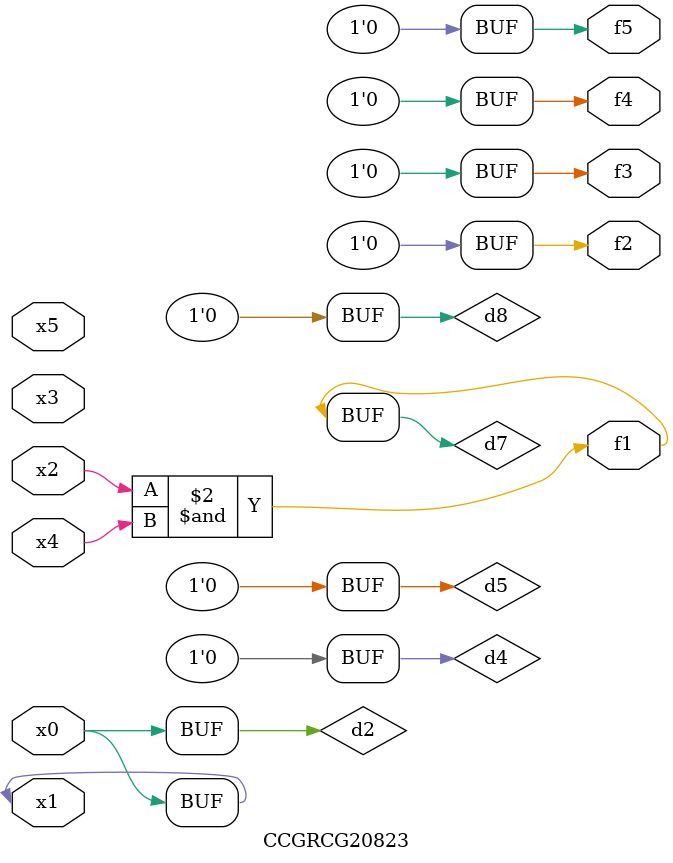
<source format=v>
module CCGRCG20823(
	input x0, x1, x2, x3, x4, x5,
	output f1, f2, f3, f4, f5
);

	wire d1, d2, d3, d4, d5, d6, d7, d8, d9;

	nand (d1, x1);
	buf (d2, x0, x1);
	nand (d3, x2, x4);
	and (d4, d1, d2);
	and (d5, d1, d2);
	nand (d6, d1, d3);
	not (d7, d3);
	xor (d8, d5);
	nor (d9, d5, d6);
	assign f1 = d7;
	assign f2 = d8;
	assign f3 = d8;
	assign f4 = d8;
	assign f5 = d8;
endmodule

</source>
